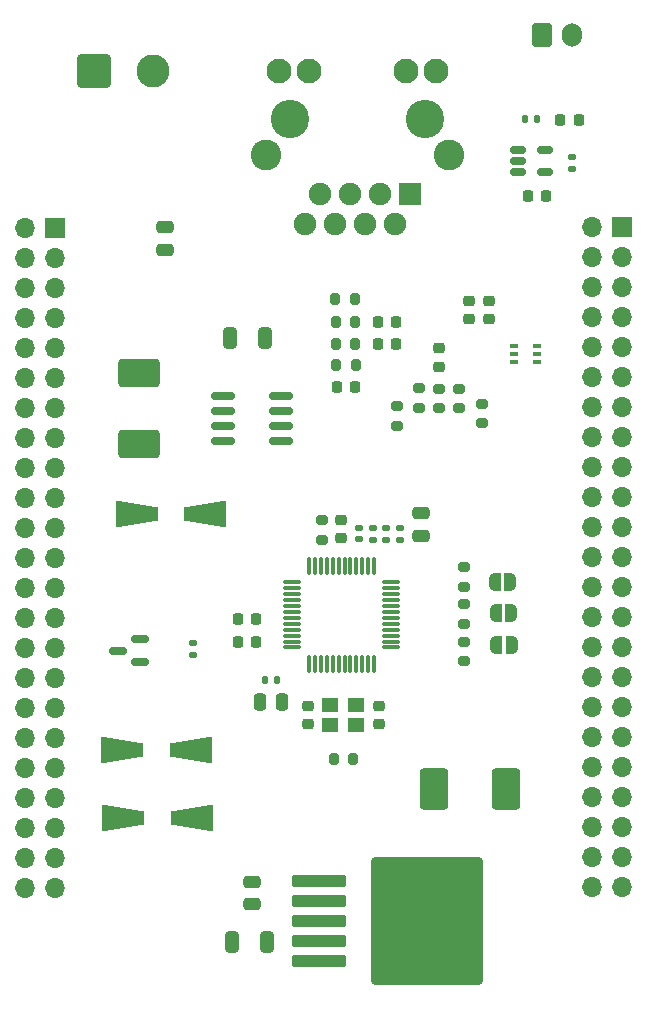
<source format=gbr>
%TF.GenerationSoftware,KiCad,Pcbnew,8.0.8*%
%TF.CreationDate,2025-03-18T13:34:47+03:00*%
%TF.ProjectId,s0-base-board,73302d62-6173-4652-9d62-6f6172642e6b,rev?*%
%TF.SameCoordinates,Original*%
%TF.FileFunction,Soldermask,Top*%
%TF.FilePolarity,Negative*%
%FSLAX46Y46*%
G04 Gerber Fmt 4.6, Leading zero omitted, Abs format (unit mm)*
G04 Created by KiCad (PCBNEW 8.0.8) date 2025-03-18 13:34:47*
%MOMM*%
%LPD*%
G01*
G04 APERTURE LIST*
G04 Aperture macros list*
%AMRoundRect*
0 Rectangle with rounded corners*
0 $1 Rounding radius*
0 $2 $3 $4 $5 $6 $7 $8 $9 X,Y pos of 4 corners*
0 Add a 4 corners polygon primitive as box body*
4,1,4,$2,$3,$4,$5,$6,$7,$8,$9,$2,$3,0*
0 Add four circle primitives for the rounded corners*
1,1,$1+$1,$2,$3*
1,1,$1+$1,$4,$5*
1,1,$1+$1,$6,$7*
1,1,$1+$1,$8,$9*
0 Add four rect primitives between the rounded corners*
20,1,$1+$1,$2,$3,$4,$5,0*
20,1,$1+$1,$4,$5,$6,$7,0*
20,1,$1+$1,$6,$7,$8,$9,0*
20,1,$1+$1,$8,$9,$2,$3,0*%
%AMOutline4P*
0 Free polygon, 4 corners , with rotation*
0 The origin of the aperture is its center*
0 number of corners: always 4*
0 $1 to $8 corner X, Y*
0 $9 Rotation angle, in degrees counterclockwise*
0 create outline with 4 corners*
4,1,4,$1,$2,$3,$4,$5,$6,$7,$8,$1,$2,$9*%
%AMFreePoly0*
4,1,19,0.500000,-0.750000,0.000000,-0.750000,0.000000,-0.744911,-0.071157,-0.744911,-0.207708,-0.704816,-0.327430,-0.627875,-0.420627,-0.520320,-0.479746,-0.390866,-0.500000,-0.250000,-0.500000,0.250000,-0.479746,0.390866,-0.420627,0.520320,-0.327430,0.627875,-0.207708,0.704816,-0.071157,0.744911,0.000000,0.744911,0.000000,0.750000,0.500000,0.750000,0.500000,-0.750000,0.500000,-0.750000,
$1*%
%AMFreePoly1*
4,1,19,0.000000,0.744911,0.071157,0.744911,0.207708,0.704816,0.327430,0.627875,0.420627,0.520320,0.479746,0.390866,0.500000,0.250000,0.500000,-0.250000,0.479746,-0.390866,0.420627,-0.520320,0.327430,-0.627875,0.207708,-0.704816,0.071157,-0.744911,0.000000,-0.744911,0.000000,-0.750000,-0.500000,-0.750000,-0.500000,0.750000,0.000000,0.750000,0.000000,0.744911,0.000000,0.744911,
$1*%
G04 Aperture macros list end*
%ADD10RoundRect,0.250000X-0.925000X-1.500000X0.925000X-1.500000X0.925000X1.500000X-0.925000X1.500000X0*%
%ADD11RoundRect,0.250000X-0.325000X-0.650000X0.325000X-0.650000X0.325000X0.650000X-0.325000X0.650000X0*%
%ADD12Outline4P,-1.800000X-1.150000X1.800000X-0.550000X1.800000X0.550000X-1.800000X1.150000X0.000000*%
%ADD13Outline4P,-1.800000X-1.150000X1.800000X-0.550000X1.800000X0.550000X-1.800000X1.150000X180.000000*%
%ADD14R,1.700000X1.700000*%
%ADD15O,1.700000X1.700000*%
%ADD16R,1.400000X1.200000*%
%ADD17RoundRect,0.250000X1.500000X-0.925000X1.500000X0.925000X-1.500000X0.925000X-1.500000X-0.925000X0*%
%ADD18RoundRect,0.075000X-0.075000X0.662500X-0.075000X-0.662500X0.075000X-0.662500X0.075000X0.662500X0*%
%ADD19RoundRect,0.075000X-0.662500X0.075000X-0.662500X-0.075000X0.662500X-0.075000X0.662500X0.075000X0*%
%ADD20RoundRect,0.200000X0.200000X0.275000X-0.200000X0.275000X-0.200000X-0.275000X0.200000X-0.275000X0*%
%ADD21RoundRect,0.250000X-0.600000X-0.750000X0.600000X-0.750000X0.600000X0.750000X-0.600000X0.750000X0*%
%ADD22O,1.700000X2.000000*%
%ADD23RoundRect,0.225000X0.250000X-0.225000X0.250000X0.225000X-0.250000X0.225000X-0.250000X-0.225000X0*%
%ADD24RoundRect,0.200000X-0.275000X0.200000X-0.275000X-0.200000X0.275000X-0.200000X0.275000X0.200000X0*%
%ADD25RoundRect,0.150000X-0.512500X-0.150000X0.512500X-0.150000X0.512500X0.150000X-0.512500X0.150000X0*%
%ADD26RoundRect,0.225000X0.225000X0.250000X-0.225000X0.250000X-0.225000X-0.250000X0.225000X-0.250000X0*%
%ADD27RoundRect,0.140000X0.170000X-0.140000X0.170000X0.140000X-0.170000X0.140000X-0.170000X-0.140000X0*%
%ADD28FreePoly0,180.000000*%
%ADD29FreePoly1,180.000000*%
%ADD30RoundRect,0.250000X-2.050000X-0.300000X2.050000X-0.300000X2.050000X0.300000X-2.050000X0.300000X0*%
%ADD31RoundRect,0.250002X-4.449998X-5.149998X4.449998X-5.149998X4.449998X5.149998X-4.449998X5.149998X0*%
%ADD32RoundRect,0.200000X0.275000X-0.200000X0.275000X0.200000X-0.275000X0.200000X-0.275000X-0.200000X0*%
%ADD33RoundRect,0.250000X0.250000X0.475000X-0.250000X0.475000X-0.250000X-0.475000X0.250000X-0.475000X0*%
%ADD34RoundRect,0.218750X-0.256250X0.218750X-0.256250X-0.218750X0.256250X-0.218750X0.256250X0.218750X0*%
%ADD35RoundRect,0.135000X0.135000X0.185000X-0.135000X0.185000X-0.135000X-0.185000X0.135000X-0.185000X0*%
%ADD36RoundRect,0.225000X-0.250000X0.225000X-0.250000X-0.225000X0.250000X-0.225000X0.250000X0.225000X0*%
%ADD37RoundRect,0.250000X0.475000X-0.250000X0.475000X0.250000X-0.475000X0.250000X-0.475000X-0.250000X0*%
%ADD38RoundRect,0.250000X-0.475000X0.250000X-0.475000X-0.250000X0.475000X-0.250000X0.475000X0.250000X0*%
%ADD39RoundRect,0.150000X0.587500X0.150000X-0.587500X0.150000X-0.587500X-0.150000X0.587500X-0.150000X0*%
%ADD40RoundRect,0.150000X-0.825000X-0.150000X0.825000X-0.150000X0.825000X0.150000X-0.825000X0.150000X0*%
%ADD41C,3.250000*%
%ADD42R,1.900000X1.900000*%
%ADD43C,1.900000*%
%ADD44C,2.100000*%
%ADD45C,2.600000*%
%ADD46RoundRect,0.250000X0.325000X0.650000X-0.325000X0.650000X-0.325000X-0.650000X0.325000X-0.650000X0*%
%ADD47RoundRect,0.140000X0.140000X0.170000X-0.140000X0.170000X-0.140000X-0.170000X0.140000X-0.170000X0*%
%ADD48RoundRect,0.135000X0.185000X-0.135000X0.185000X0.135000X-0.185000X0.135000X-0.185000X-0.135000X0*%
%ADD49RoundRect,0.100000X-0.225000X-0.100000X0.225000X-0.100000X0.225000X0.100000X-0.225000X0.100000X0*%
%ADD50RoundRect,0.250001X-1.149999X-1.149999X1.149999X-1.149999X1.149999X1.149999X-1.149999X1.149999X0*%
%ADD51C,2.800000*%
%ADD52RoundRect,0.218750X-0.218750X-0.256250X0.218750X-0.256250X0.218750X0.256250X-0.218750X0.256250X0*%
%ADD53RoundRect,0.225000X-0.225000X-0.250000X0.225000X-0.250000X0.225000X0.250000X-0.225000X0.250000X0*%
%ADD54RoundRect,0.200000X-0.200000X-0.275000X0.200000X-0.275000X0.200000X0.275000X-0.200000X0.275000X0*%
G04 APERTURE END LIST*
D10*
%TO.C,L2*%
X194875000Y-110150000D03*
X200925000Y-110150000D03*
%TD*%
D11*
%TO.C,C6*%
X177600000Y-71900000D03*
X180550000Y-71900000D03*
%TD*%
D12*
%TO.C,D2*%
X169700000Y-86800000D03*
D13*
X175500000Y-86800000D03*
%TD*%
D14*
%TO.C,J5*%
X210800000Y-62560000D03*
D15*
X208260000Y-62560000D03*
X210800000Y-65100000D03*
X208260000Y-65100000D03*
X210800000Y-67640000D03*
X208260000Y-67640000D03*
X210800000Y-70180000D03*
X208260000Y-70180000D03*
X210800000Y-72720000D03*
X208260000Y-72720000D03*
X210800000Y-75260000D03*
X208260000Y-75260000D03*
X210800000Y-77800000D03*
X208260000Y-77800000D03*
X210800000Y-80340000D03*
X208260000Y-80340000D03*
X210800000Y-82880000D03*
X208260000Y-82880000D03*
X210800000Y-85420000D03*
X208260000Y-85420000D03*
X210800000Y-87960000D03*
X208260000Y-87960000D03*
X210800000Y-90500000D03*
X208260000Y-90500000D03*
X210800000Y-93040000D03*
X208260000Y-93040000D03*
X210800000Y-95580000D03*
X208260000Y-95580000D03*
X210800000Y-98120000D03*
X208260000Y-98120000D03*
X210800000Y-100660000D03*
X208260000Y-100660000D03*
X210800000Y-103200000D03*
X208260000Y-103200000D03*
X210800000Y-105740000D03*
X208260000Y-105740000D03*
X210800000Y-108280000D03*
X208260000Y-108280000D03*
X210800000Y-110820000D03*
X208260000Y-110820000D03*
X210800000Y-113360000D03*
X208260000Y-113360000D03*
X210800000Y-115900000D03*
X208260000Y-115900000D03*
X210800000Y-118440000D03*
X208260000Y-118440000D03*
%TD*%
D16*
%TO.C,Y1*%
X186050000Y-104700000D03*
X188250000Y-104700000D03*
X188250000Y-103000000D03*
X186050000Y-103000000D03*
%TD*%
D17*
%TO.C,L1*%
X169850000Y-80925000D03*
X169850000Y-74875000D03*
%TD*%
D18*
%TO.C,U4*%
X189775000Y-91212500D03*
X189275000Y-91212500D03*
X188775000Y-91212500D03*
X188275000Y-91212500D03*
X187775000Y-91212500D03*
X187275000Y-91212500D03*
X186775000Y-91212500D03*
X186275000Y-91212500D03*
X185775000Y-91212500D03*
X185275000Y-91212500D03*
X184775000Y-91212500D03*
X184275000Y-91212500D03*
D19*
X182862500Y-92625000D03*
X182862500Y-93125000D03*
X182862500Y-93625000D03*
X182862500Y-94125000D03*
X182862500Y-94625000D03*
X182862500Y-95125000D03*
X182862500Y-95625000D03*
X182862500Y-96125000D03*
X182862500Y-96625000D03*
X182862500Y-97125000D03*
X182862500Y-97625000D03*
X182862500Y-98125000D03*
D18*
X184275000Y-99537500D03*
X184775000Y-99537500D03*
X185275000Y-99537500D03*
X185775000Y-99537500D03*
X186275000Y-99537500D03*
X186775000Y-99537500D03*
X187275000Y-99537500D03*
X187775000Y-99537500D03*
X188275000Y-99537500D03*
X188775000Y-99537500D03*
X189275000Y-99537500D03*
X189775000Y-99537500D03*
D19*
X191187500Y-98125000D03*
X191187500Y-97625000D03*
X191187500Y-97125000D03*
X191187500Y-96625000D03*
X191187500Y-96125000D03*
X191187500Y-95625000D03*
X191187500Y-95125000D03*
X191187500Y-94625000D03*
X191187500Y-94125000D03*
X191187500Y-93625000D03*
X191187500Y-93125000D03*
X191187500Y-92625000D03*
%TD*%
D20*
%TO.C,R12*%
X188200000Y-72450000D03*
X186550000Y-72450000D03*
%TD*%
%TO.C,R15*%
X188200000Y-70550000D03*
X186550000Y-70550000D03*
%TD*%
D21*
%TO.C,J3*%
X204000000Y-46300000D03*
D22*
X206500000Y-46300000D03*
%TD*%
D23*
%TO.C,C11*%
X190175000Y-104625000D03*
X190175000Y-103075000D03*
%TD*%
D24*
%TO.C,R9*%
X185325000Y-87350000D03*
X185325000Y-89000000D03*
%TD*%
D25*
%TO.C,U1*%
X202000000Y-56000000D03*
X202000000Y-56950000D03*
X202000000Y-57900000D03*
X204275000Y-57900000D03*
X204275000Y-56000000D03*
%TD*%
D26*
%TO.C,C15*%
X179800000Y-97675000D03*
X178250000Y-97675000D03*
%TD*%
%TO.C,C1*%
X204350000Y-59900000D03*
X202800000Y-59900000D03*
%TD*%
D27*
%TO.C,C10*%
X189650000Y-88985000D03*
X189650000Y-88025000D03*
%TD*%
D28*
%TO.C,JP3*%
X201425000Y-97875000D03*
D29*
X200125000Y-97875000D03*
%TD*%
D30*
%TO.C,U3*%
X185100000Y-117900000D03*
X185100000Y-119600000D03*
X185100000Y-121300000D03*
D31*
X194250000Y-121300000D03*
D30*
X185100000Y-123000000D03*
X185100000Y-124700000D03*
%TD*%
D32*
%TO.C,R6*%
X197425000Y-96100000D03*
X197425000Y-94450000D03*
%TD*%
D24*
%TO.C,R14*%
X191700000Y-77700000D03*
X191700000Y-79350000D03*
%TD*%
D33*
%TO.C,C12*%
X182000000Y-102775000D03*
X180100000Y-102775000D03*
%TD*%
D32*
%TO.C,R18*%
X195300000Y-77850000D03*
X195300000Y-76200000D03*
%TD*%
D34*
%TO.C,L3*%
X187000000Y-87312500D03*
X187000000Y-88887500D03*
%TD*%
D20*
%TO.C,R10*%
X188225000Y-74250000D03*
X186575000Y-74250000D03*
%TD*%
D35*
%TO.C,R4*%
X203585000Y-53400000D03*
X202565000Y-53400000D03*
%TD*%
D32*
%TO.C,R17*%
X197000000Y-77875000D03*
X197000000Y-76225000D03*
%TD*%
D36*
%TO.C,C20*%
X195300000Y-72800000D03*
X195300000Y-74350000D03*
%TD*%
D23*
%TO.C,C3*%
X197800000Y-70325000D03*
X197800000Y-68775000D03*
%TD*%
D14*
%TO.C,J6*%
X162800000Y-62610000D03*
D15*
X160260000Y-62610000D03*
X162800000Y-65150000D03*
X160260000Y-65150000D03*
X162800000Y-67690000D03*
X160260000Y-67690000D03*
X162800000Y-70230000D03*
X160260000Y-70230000D03*
X162800000Y-72770000D03*
X160260000Y-72770000D03*
X162800000Y-75310000D03*
X160260000Y-75310000D03*
X162800000Y-77850000D03*
X160260000Y-77850000D03*
X162800000Y-80390000D03*
X160260000Y-80390000D03*
X162800000Y-82930000D03*
X160260000Y-82930000D03*
X162800000Y-85470000D03*
X160260000Y-85470000D03*
X162800000Y-88010000D03*
X160260000Y-88010000D03*
X162800000Y-90550000D03*
X160260000Y-90550000D03*
X162800000Y-93090000D03*
X160260000Y-93090000D03*
X162800000Y-95630000D03*
X160260000Y-95630000D03*
X162800000Y-98170000D03*
X160260000Y-98170000D03*
X162800000Y-100710000D03*
X160260000Y-100710000D03*
X162800000Y-103250000D03*
X160260000Y-103250000D03*
X162800000Y-105790000D03*
X160260000Y-105790000D03*
X162800000Y-108330000D03*
X160260000Y-108330000D03*
X162800000Y-110870000D03*
X160260000Y-110870000D03*
X162800000Y-113410000D03*
X160260000Y-113410000D03*
X162800000Y-115950000D03*
X160260000Y-115950000D03*
X162800000Y-118490000D03*
X160260000Y-118490000D03*
%TD*%
D28*
%TO.C,JP2*%
X201375000Y-95175000D03*
D29*
X200075000Y-95175000D03*
%TD*%
D37*
%TO.C,C21*%
X193750000Y-88650000D03*
X193750000Y-86750000D03*
%TD*%
D38*
%TO.C,C5*%
X179450000Y-117950000D03*
X179450000Y-119850000D03*
%TD*%
D39*
%TO.C,Q1*%
X169950000Y-99340000D03*
X169950000Y-97440000D03*
X168075000Y-98390000D03*
%TD*%
D40*
%TO.C,U2*%
X176950000Y-76840000D03*
X176950000Y-78110000D03*
X176950000Y-79380000D03*
X176950000Y-80650000D03*
X181900000Y-80650000D03*
X181900000Y-79380000D03*
X181900000Y-78110000D03*
X181900000Y-76840000D03*
%TD*%
D32*
%TO.C,R7*%
X197425000Y-99300000D03*
X197425000Y-97650000D03*
%TD*%
D26*
%TO.C,C17*%
X179775000Y-95750000D03*
X178225000Y-95750000D03*
%TD*%
D23*
%TO.C,C8*%
X184175000Y-104625000D03*
X184175000Y-103075000D03*
%TD*%
D41*
%TO.C,J4*%
X194090000Y-53360000D03*
X182660000Y-53360000D03*
D42*
X192820000Y-59710000D03*
D43*
X191550000Y-62250000D03*
X190280000Y-59710000D03*
X189010000Y-62250000D03*
X187740000Y-59710000D03*
X186470000Y-62250000D03*
X185200000Y-59710000D03*
X183930000Y-62250000D03*
D44*
X195000000Y-49300000D03*
X192460000Y-49300000D03*
X184290000Y-49300000D03*
X181750000Y-49300000D03*
D45*
X196120000Y-56410000D03*
X180630000Y-56410000D03*
%TD*%
D46*
%TO.C,C7*%
X180675000Y-123050000D03*
X177725000Y-123050000D03*
%TD*%
D12*
%TO.C,D4*%
X168550000Y-112550000D03*
D13*
X174350000Y-112550000D03*
%TD*%
D47*
%TO.C,C14*%
X181530000Y-100875000D03*
X180570000Y-100875000D03*
%TD*%
D48*
%TO.C,R19*%
X174450000Y-98750000D03*
X174450000Y-97730000D03*
%TD*%
D27*
%TO.C,C13*%
X190800000Y-89000000D03*
X190800000Y-88040000D03*
%TD*%
D24*
%TO.C,R13*%
X198900000Y-77475000D03*
X198900000Y-79125000D03*
%TD*%
D12*
%TO.C,D3*%
X168450000Y-106800000D03*
D13*
X174250000Y-106800000D03*
%TD*%
D49*
%TO.C,U5*%
X201650000Y-72625000D03*
X201650000Y-73275000D03*
X201650000Y-73925000D03*
X203550000Y-73925000D03*
X203550000Y-73275000D03*
X203550000Y-72625000D03*
%TD*%
D50*
%TO.C,J2*%
X166050000Y-49300000D03*
D51*
X171050000Y-49300000D03*
%TD*%
D52*
%TO.C,D1*%
X205550000Y-53500000D03*
X207125000Y-53500000D03*
%TD*%
D20*
%TO.C,R11*%
X188125000Y-68650000D03*
X186475000Y-68650000D03*
%TD*%
D24*
%TO.C,R5*%
X197425000Y-91350000D03*
X197425000Y-93000000D03*
%TD*%
D53*
%TO.C,C22*%
X186625000Y-76050000D03*
X188175000Y-76050000D03*
%TD*%
D32*
%TO.C,R16*%
X193600000Y-77825000D03*
X193600000Y-76175000D03*
%TD*%
D48*
%TO.C,R1*%
X206575000Y-57610000D03*
X206575000Y-56590000D03*
%TD*%
D27*
%TO.C,C16*%
X191950000Y-89000000D03*
X191950000Y-88040000D03*
%TD*%
%TO.C,C9*%
X188500000Y-88965000D03*
X188500000Y-88005000D03*
%TD*%
D23*
%TO.C,C2*%
X199500000Y-70350000D03*
X199500000Y-68800000D03*
%TD*%
D53*
%TO.C,C18*%
X190100000Y-72450000D03*
X191650000Y-72450000D03*
%TD*%
D28*
%TO.C,JP1*%
X201325000Y-92575000D03*
D29*
X200025000Y-92575000D03*
%TD*%
D53*
%TO.C,C19*%
X190100000Y-70550000D03*
X191650000Y-70550000D03*
%TD*%
D38*
%TO.C,C4*%
X172100000Y-62567500D03*
X172100000Y-64467500D03*
%TD*%
D54*
%TO.C,R8*%
X186350000Y-107550000D03*
X188000000Y-107550000D03*
%TD*%
M02*

</source>
